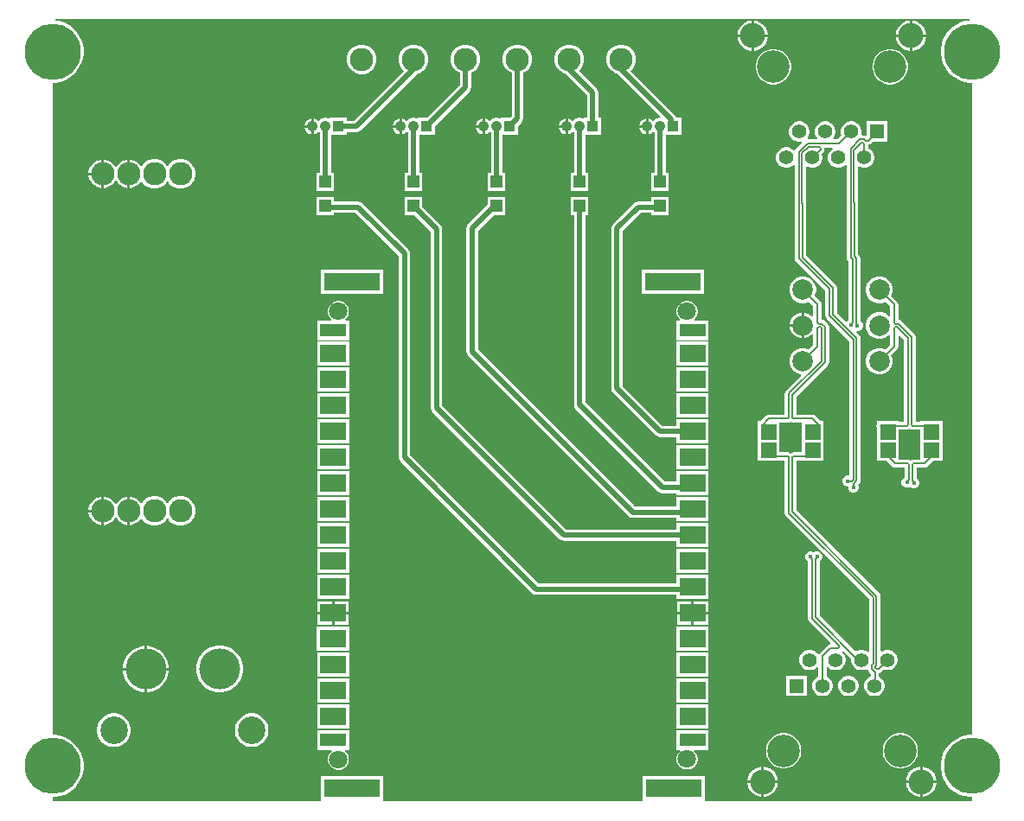
<source format=gbr>
%TF.GenerationSoftware,Altium Limited,Altium Designer,25.2.1 (25)*%
G04 Layer_Physical_Order=1*
G04 Layer_Color=255*
%FSLAX45Y45*%
%MOMM*%
%TF.SameCoordinates,918F7520-6D5E-4649-A0F8-73A0CF3CBC90*%
%TF.FilePolarity,Positive*%
%TF.FileFunction,Copper,L1,Top,Signal*%
%TF.Part,Single*%
G01*
G75*
%TA.AperFunction,ConnectorPad*%
%ADD10R,2.54000X1.29000*%
%ADD11R,2.54000X1.78000*%
%ADD12R,5.50000X1.75000*%
%TA.AperFunction,SMDPad,CuDef*%
%ADD13R,1.55620X1.50464*%
%ADD14R,1.15000X1.15000*%
%TA.AperFunction,Conductor*%
%ADD15C,0.50000*%
%ADD16C,0.19691*%
%TA.AperFunction,NonConductor*%
%ADD17R,2.55634X1.30463*%
%TA.AperFunction,Conductor*%
%ADD18R,2.54000X1.77800*%
%TA.AperFunction,NonConductor*%
%ADD19R,2.54000X1.77800*%
%ADD20R,2.54000X1.28800*%
%TA.AperFunction,ComponentPad*%
%ADD21C,1.40000*%
%ADD22C,2.45000*%
%ADD23C,3.20000*%
%ADD24R,1.40000X1.40000*%
%ADD25C,1.05000*%
%ADD26R,1.05000X1.05000*%
%ADD27C,1.80000*%
%ADD28C,2.28600*%
%ADD29C,2.70000*%
%ADD30C,4.00000*%
%TA.AperFunction,ViaPad*%
%ADD31C,5.50000*%
%TA.AperFunction,ComponentPad*%
%ADD32C,2.00000*%
%TA.AperFunction,ViaPad*%
%ADD33C,0.45000*%
G36*
X9474734Y7804800D02*
X9428579Y7797490D01*
X9382921Y7782654D01*
X9340145Y7760859D01*
X9301306Y7732641D01*
X9267359Y7698694D01*
X9239141Y7659855D01*
X9217346Y7617079D01*
X9202510Y7571421D01*
X9195000Y7524004D01*
Y7475996D01*
X9202510Y7428579D01*
X9217346Y7382921D01*
X9239141Y7340145D01*
X9267359Y7301306D01*
X9301306Y7267359D01*
X9340145Y7239141D01*
X9382921Y7217345D01*
X9428579Y7202510D01*
X9475996Y7195000D01*
X9500000D01*
Y805000D01*
X9475996D01*
X9428579Y797490D01*
X9382921Y782655D01*
X9340145Y760859D01*
X9301306Y732641D01*
X9267359Y698694D01*
X9239141Y659855D01*
X9217346Y617079D01*
X9202510Y571421D01*
X9195000Y524004D01*
Y475996D01*
X9202510Y428579D01*
X9217346Y382921D01*
X9239141Y340145D01*
X9267359Y301306D01*
X9301306Y267359D01*
X9340145Y239141D01*
X9382921Y217346D01*
X9428579Y202510D01*
X9475996Y195000D01*
X9500000D01*
Y152500D01*
X6891631D01*
X6884406Y162207D01*
X6884405Y165200D01*
Y397207D01*
X6274406D01*
Y165200D01*
X6274405Y162207D01*
X6267180Y152500D01*
X3746631D01*
X3739406Y162207D01*
X3739405Y165200D01*
Y397207D01*
X3129405D01*
Y165200D01*
X3129405Y162207D01*
X3122180Y152500D01*
X500000D01*
Y195000D01*
X524004D01*
X571421Y202510D01*
X617079Y217346D01*
X659855Y239141D01*
X698694Y267359D01*
X732641Y301306D01*
X760859Y340145D01*
X782655Y382921D01*
X797490Y428579D01*
X805000Y475996D01*
Y524004D01*
X797490Y571421D01*
X782655Y617079D01*
X760859Y659855D01*
X732641Y698694D01*
X698694Y732641D01*
X659855Y760859D01*
X617079Y782655D01*
X571421Y797490D01*
X524004Y805000D01*
X500000D01*
Y7195000D01*
X524004D01*
X571421Y7202510D01*
X617079Y7217345D01*
X659855Y7239141D01*
X698694Y7267359D01*
X732641Y7301306D01*
X760859Y7340145D01*
X782655Y7382921D01*
X797490Y7428579D01*
X805000Y7475996D01*
Y7524004D01*
X797490Y7571421D01*
X782655Y7617079D01*
X760859Y7659855D01*
X732641Y7698694D01*
X698694Y7732641D01*
X659855Y7760859D01*
X617079Y7782654D01*
X571421Y7797490D01*
X525266Y7804800D01*
X526266Y7817500D01*
X9473734D01*
X9474734Y7804800D01*
D02*
G37*
%LPC*%
G36*
X8918067Y7802900D02*
X8916201D01*
Y7667700D01*
X9051400D01*
Y7669567D01*
X9045716Y7698141D01*
X9034567Y7725057D01*
X9018381Y7749281D01*
X8997781Y7769881D01*
X8973557Y7786067D01*
X8946641Y7797216D01*
X8918067Y7802900D01*
D02*
G37*
G36*
X7368067D02*
X7366200D01*
Y7667700D01*
X7501400D01*
Y7669567D01*
X7495716Y7698141D01*
X7484567Y7725057D01*
X7468381Y7749281D01*
X7447781Y7769881D01*
X7423557Y7786067D01*
X7396641Y7797216D01*
X7368067Y7802900D01*
D02*
G37*
G36*
X7340800D02*
X7338933D01*
X7310359Y7797216D01*
X7283443Y7786067D01*
X7259219Y7769881D01*
X7238619Y7749281D01*
X7222433Y7725057D01*
X7211284Y7698141D01*
X7205600Y7669567D01*
Y7667700D01*
X7340800D01*
Y7802900D01*
D02*
G37*
G36*
X8890801D02*
X8888933D01*
X8860359Y7797216D01*
X8833443Y7786067D01*
X8809219Y7769881D01*
X8788619Y7749281D01*
X8772433Y7725057D01*
X8761284Y7698141D01*
X8755600Y7669567D01*
Y7667700D01*
X8890801D01*
Y7802900D01*
D02*
G37*
G36*
X9051400Y7642300D02*
X8916201D01*
Y7507100D01*
X8918067D01*
X8946641Y7512784D01*
X8973557Y7523933D01*
X8997781Y7540119D01*
X9018381Y7560719D01*
X9034567Y7584943D01*
X9045716Y7611859D01*
X9051400Y7640433D01*
Y7642300D01*
D02*
G37*
G36*
X8890801D02*
X8755600D01*
Y7640433D01*
X8761284Y7611859D01*
X8772433Y7584943D01*
X8788619Y7560719D01*
X8809219Y7540119D01*
X8833443Y7523933D01*
X8860359Y7512784D01*
X8888933Y7507100D01*
X8890801D01*
Y7642300D01*
D02*
G37*
G36*
X7501400D02*
X7366200D01*
Y7507100D01*
X7368067D01*
X7396641Y7512784D01*
X7423557Y7523933D01*
X7447781Y7540119D01*
X7468381Y7560719D01*
X7484567Y7584943D01*
X7495716Y7611859D01*
X7501400Y7640433D01*
Y7642300D01*
D02*
G37*
G36*
X7340800D02*
X7205600D01*
Y7640433D01*
X7211284Y7611859D01*
X7222433Y7584943D01*
X7238619Y7560719D01*
X7259219Y7540119D01*
X7283443Y7523933D01*
X7310359Y7512784D01*
X7338933Y7507100D01*
X7340800D01*
Y7642300D01*
D02*
G37*
G36*
X3545398Y7567300D02*
X3507403D01*
X3470702Y7557466D01*
X3437798Y7538469D01*
X3410931Y7511602D01*
X3391934Y7478698D01*
X3382100Y7441997D01*
Y7404002D01*
X3391934Y7367302D01*
X3410931Y7334398D01*
X3437798Y7307531D01*
X3470702Y7288534D01*
X3507403Y7278700D01*
X3545398D01*
X3582098Y7288534D01*
X3615002Y7307531D01*
X3641869Y7334398D01*
X3660866Y7367302D01*
X3670700Y7404002D01*
Y7441997D01*
X3660866Y7478698D01*
X3641869Y7511602D01*
X3615002Y7538469D01*
X3582098Y7557466D01*
X3545398Y7567300D01*
D02*
G37*
G36*
X8716941Y7522000D02*
X8683060D01*
X8649830Y7515390D01*
X8618528Y7502424D01*
X8590356Y7483601D01*
X8566399Y7459644D01*
X8547576Y7431473D01*
X8534610Y7400171D01*
X8528000Y7366941D01*
Y7333060D01*
X8534610Y7299829D01*
X8547576Y7268528D01*
X8566399Y7240356D01*
X8590356Y7216399D01*
X8618528Y7197576D01*
X8649830Y7184610D01*
X8683060Y7178000D01*
X8716941D01*
X8750171Y7184610D01*
X8781473Y7197576D01*
X8809644Y7216399D01*
X8833601Y7240356D01*
X8852425Y7268528D01*
X8865390Y7299829D01*
X8872000Y7333060D01*
Y7366941D01*
X8865390Y7400171D01*
X8852425Y7431473D01*
X8833601Y7459644D01*
X8809644Y7483601D01*
X8781473Y7502424D01*
X8750171Y7515390D01*
X8716941Y7522000D01*
D02*
G37*
G36*
X7573941D02*
X7540060D01*
X7506830Y7515390D01*
X7475528Y7502424D01*
X7447356Y7483601D01*
X7423399Y7459644D01*
X7404576Y7431473D01*
X7391610Y7400171D01*
X7385000Y7366941D01*
Y7333060D01*
X7391610Y7299829D01*
X7404576Y7268528D01*
X7423399Y7240356D01*
X7447356Y7216399D01*
X7475528Y7197576D01*
X7506830Y7184610D01*
X7540060Y7178000D01*
X7573941D01*
X7607171Y7184610D01*
X7638473Y7197576D01*
X7666644Y7216399D01*
X7690601Y7240356D01*
X7709425Y7268528D01*
X7722390Y7299829D01*
X7729000Y7333060D01*
Y7366941D01*
X7722390Y7400171D01*
X7709425Y7431473D01*
X7690601Y7459644D01*
X7666644Y7483601D01*
X7638473Y7502424D01*
X7607171Y7515390D01*
X7573941Y7522000D01*
D02*
G37*
G36*
X5577398Y7567300D02*
X5539403D01*
X5502702Y7557466D01*
X5469798Y7538469D01*
X5442931Y7511602D01*
X5423934Y7478698D01*
X5414100Y7441997D01*
Y7404002D01*
X5423934Y7367302D01*
X5442931Y7334398D01*
X5469798Y7307531D01*
X5502702Y7288534D01*
X5521087Y7283608D01*
X5730923Y7073772D01*
Y6849300D01*
X5704500D01*
Y6849071D01*
X5693501Y6842721D01*
X5691844Y6843678D01*
X5670861Y6849300D01*
X5649139D01*
X5628156Y6843678D01*
X5609344Y6832816D01*
X5593984Y6817457D01*
X5592682Y6817285D01*
X5580832Y6829135D01*
X5563068Y6839391D01*
X5545700Y6844045D01*
Y6766800D01*
Y6689555D01*
X5563068Y6694209D01*
X5580832Y6704465D01*
X5592682Y6716315D01*
X5593984Y6716144D01*
X5603923Y6706205D01*
Y6309800D01*
X5572500D01*
Y6134800D01*
X5747500D01*
Y6309800D01*
X5716077D01*
Y6684300D01*
X5869500D01*
Y6849300D01*
X5843077D01*
Y7097000D01*
X5838809Y7118460D01*
X5826653Y7136653D01*
X5651388Y7311917D01*
X5673869Y7334398D01*
X5692866Y7367302D01*
X5702700Y7404002D01*
Y7441997D01*
X5692866Y7478698D01*
X5673869Y7511602D01*
X5647002Y7538469D01*
X5614098Y7557466D01*
X5577398Y7567300D01*
D02*
G37*
G36*
X5069398D02*
X5031403D01*
X4994702Y7557466D01*
X4961798Y7538469D01*
X4934931Y7511602D01*
X4915934Y7478698D01*
X4906100Y7441997D01*
Y7404002D01*
X4915934Y7367302D01*
X4934931Y7334398D01*
X4961798Y7307531D01*
X4994323Y7288753D01*
Y6866228D01*
X4977395Y6849300D01*
X4891700D01*
Y6849071D01*
X4880701Y6842721D01*
X4879044Y6843678D01*
X4858061Y6849300D01*
X4836339D01*
X4815356Y6843678D01*
X4796544Y6832816D01*
X4781184Y6817457D01*
X4779882Y6817285D01*
X4768032Y6829135D01*
X4750268Y6839391D01*
X4732900Y6844045D01*
Y6766800D01*
Y6689555D01*
X4750268Y6694209D01*
X4768032Y6704465D01*
X4779882Y6716315D01*
X4781184Y6716144D01*
X4791123Y6706205D01*
Y6309800D01*
X4759700D01*
Y6134800D01*
X4934700D01*
Y6309800D01*
X4903277D01*
Y6684300D01*
X5056700D01*
Y6769995D01*
X5090053Y6803347D01*
X5102209Y6821540D01*
X5106477Y6843000D01*
Y7288753D01*
X5139002Y7307531D01*
X5165869Y7334398D01*
X5184866Y7367302D01*
X5194700Y7404002D01*
Y7441997D01*
X5184866Y7478698D01*
X5165869Y7511602D01*
X5139002Y7538469D01*
X5106098Y7557466D01*
X5069398Y7567300D01*
D02*
G37*
G36*
X4561398D02*
X4523403D01*
X4486702Y7557466D01*
X4453798Y7538469D01*
X4426931Y7511602D01*
X4407934Y7478698D01*
X4398100Y7441997D01*
Y7404002D01*
X4407934Y7367302D01*
X4426931Y7334398D01*
X4453798Y7307531D01*
X4486323Y7288753D01*
Y7171028D01*
X4164595Y6849300D01*
X4078900D01*
Y6849071D01*
X4067901Y6842721D01*
X4066244Y6843678D01*
X4045261Y6849300D01*
X4023539D01*
X4002556Y6843678D01*
X3983744Y6832816D01*
X3968384Y6817457D01*
X3967082Y6817285D01*
X3955232Y6829135D01*
X3937468Y6839391D01*
X3920100Y6844045D01*
Y6766800D01*
Y6689555D01*
X3937468Y6694209D01*
X3955232Y6704465D01*
X3967082Y6716315D01*
X3968384Y6716144D01*
X3978323Y6706205D01*
Y6309800D01*
X3946900D01*
Y6134800D01*
X4121900D01*
Y6309800D01*
X4090477D01*
Y6684300D01*
X4243900D01*
Y6769995D01*
X4582053Y7108147D01*
X4594209Y7126340D01*
X4598477Y7147800D01*
Y7288753D01*
X4631002Y7307531D01*
X4657869Y7334398D01*
X4676866Y7367302D01*
X4686700Y7404002D01*
Y7441997D01*
X4676866Y7478698D01*
X4657869Y7511602D01*
X4631002Y7538469D01*
X4598098Y7557466D01*
X4561398Y7567300D01*
D02*
G37*
G36*
X4053398D02*
X4015403D01*
X3978702Y7557466D01*
X3945798Y7538469D01*
X3918931Y7511602D01*
X3899934Y7478698D01*
X3890100Y7441997D01*
Y7404002D01*
X3899934Y7367302D01*
X3918931Y7334398D01*
X3941412Y7311917D01*
X3452372Y6822877D01*
X3380300D01*
Y6849300D01*
X3215300D01*
Y6849071D01*
X3204301Y6842721D01*
X3202644Y6843678D01*
X3181661Y6849300D01*
X3159939D01*
X3138956Y6843678D01*
X3120144Y6832816D01*
X3104784Y6817457D01*
X3103482Y6817285D01*
X3091632Y6829135D01*
X3073868Y6839391D01*
X3056500Y6844045D01*
Y6766800D01*
Y6689555D01*
X3073868Y6694209D01*
X3091632Y6704465D01*
X3103482Y6716315D01*
X3104784Y6716144D01*
X3114723Y6706205D01*
Y6309800D01*
X3083300D01*
Y6134800D01*
X3258300D01*
Y6309800D01*
X3226877D01*
Y6684300D01*
X3380300D01*
Y6710723D01*
X3475600D01*
X3497060Y6714991D01*
X3515253Y6727147D01*
X4071713Y7283608D01*
X4090098Y7288534D01*
X4123002Y7307531D01*
X4149869Y7334398D01*
X4168866Y7367302D01*
X4178700Y7404002D01*
Y7441997D01*
X4168866Y7478698D01*
X4149869Y7511602D01*
X4123002Y7538469D01*
X4090098Y7557466D01*
X4053398Y7567300D01*
D02*
G37*
G36*
X6085398D02*
X6047403D01*
X6010702Y7557466D01*
X5977798Y7538469D01*
X5950931Y7511602D01*
X5931934Y7478698D01*
X5922100Y7441997D01*
Y7404002D01*
X5931934Y7367302D01*
X5950931Y7334398D01*
X5977798Y7307531D01*
X6010702Y7288534D01*
X6029087Y7283608D01*
X6450695Y6862000D01*
X6445434Y6849300D01*
X6436539D01*
X6415556Y6843678D01*
X6396744Y6832816D01*
X6381384Y6817457D01*
X6380082Y6817285D01*
X6368232Y6829135D01*
X6350468Y6839391D01*
X6333100Y6844045D01*
Y6766800D01*
Y6689555D01*
X6350468Y6694209D01*
X6368232Y6704465D01*
X6380082Y6716315D01*
X6381384Y6716144D01*
X6391323Y6706205D01*
Y6309800D01*
X6359900D01*
Y6134800D01*
X6534900D01*
Y6309800D01*
X6503477D01*
Y6684300D01*
X6656900D01*
Y6849300D01*
X6612556D01*
X6611709Y6853560D01*
X6599553Y6871753D01*
X6159388Y7311917D01*
X6181869Y7334398D01*
X6200866Y7367302D01*
X6210700Y7404002D01*
Y7441997D01*
X6200866Y7478698D01*
X6181869Y7511602D01*
X6155002Y7538469D01*
X6122098Y7557466D01*
X6085398Y7567300D01*
D02*
G37*
G36*
X6307700Y6844045D02*
X6290332Y6839391D01*
X6272568Y6829135D01*
X6258065Y6814632D01*
X6247809Y6796868D01*
X6243155Y6779500D01*
X6307700D01*
Y6844045D01*
D02*
G37*
G36*
X5520300D02*
X5502932Y6839391D01*
X5485168Y6829135D01*
X5470665Y6814632D01*
X5460409Y6796868D01*
X5455755Y6779500D01*
X5520300D01*
Y6844045D01*
D02*
G37*
G36*
X4707500D02*
X4690132Y6839391D01*
X4672368Y6829135D01*
X4657865Y6814632D01*
X4647609Y6796868D01*
X4642955Y6779500D01*
X4707500D01*
Y6844045D01*
D02*
G37*
G36*
X3894700D02*
X3877332Y6839391D01*
X3859568Y6829135D01*
X3845065Y6814632D01*
X3834809Y6796868D01*
X3830155Y6779500D01*
X3894700D01*
Y6844045D01*
D02*
G37*
G36*
X3031100D02*
X3013732Y6839391D01*
X2995968Y6829135D01*
X2981465Y6814632D01*
X2971209Y6796868D01*
X2966555Y6779500D01*
X3031100D01*
Y6844045D01*
D02*
G37*
G36*
X6307700Y6754100D02*
X6243155D01*
X6247809Y6736732D01*
X6258065Y6718968D01*
X6272568Y6704465D01*
X6290332Y6694209D01*
X6307700Y6689555D01*
Y6754100D01*
D02*
G37*
G36*
X5520300D02*
X5455755D01*
X5460409Y6736732D01*
X5470665Y6718968D01*
X5485168Y6704465D01*
X5502932Y6694209D01*
X5520300Y6689555D01*
Y6754100D01*
D02*
G37*
G36*
X4707500D02*
X4642955D01*
X4647609Y6736732D01*
X4657865Y6718968D01*
X4672368Y6704465D01*
X4690132Y6694209D01*
X4707500Y6689555D01*
Y6754100D01*
D02*
G37*
G36*
X3894700D02*
X3830155D01*
X3834809Y6736732D01*
X3845065Y6718968D01*
X3859568Y6704465D01*
X3877332Y6694209D01*
X3894700Y6689555D01*
Y6754100D01*
D02*
G37*
G36*
X3031100D02*
X2966555D01*
X2971209Y6736732D01*
X2981465Y6718968D01*
X2995968Y6704465D01*
X3013732Y6694209D01*
X3031100Y6689555D01*
Y6754100D01*
D02*
G37*
G36*
X8673000Y6815000D02*
X8473000D01*
Y6684733D01*
X8469850Y6681811D01*
X8460300Y6676476D01*
X8447882Y6678947D01*
X8423298D01*
X8415567Y6689022D01*
X8419000Y6701835D01*
Y6728165D01*
X8412185Y6753598D01*
X8399020Y6776401D01*
X8380401Y6795020D01*
X8357598Y6808185D01*
X8332165Y6815000D01*
X8305835D01*
X8280402Y6808185D01*
X8257599Y6795020D01*
X8238980Y6776401D01*
X8225815Y6753598D01*
X8219000Y6728165D01*
Y6701835D01*
X8225209Y6678663D01*
X8185996Y6639450D01*
X8147464D01*
X8142604Y6651183D01*
X8145020Y6653599D01*
X8158185Y6676402D01*
X8165000Y6701835D01*
Y6728165D01*
X8158185Y6753598D01*
X8145020Y6776401D01*
X8126401Y6795020D01*
X8103598Y6808185D01*
X8078165Y6815000D01*
X8051835D01*
X8026402Y6808185D01*
X8003599Y6795020D01*
X7984980Y6776401D01*
X7971815Y6753598D01*
X7965000Y6728165D01*
Y6701835D01*
X7971815Y6676402D01*
X7984980Y6653599D01*
X7986066Y6652514D01*
X7981205Y6640780D01*
X7896162D01*
X7890901Y6653480D01*
X7891020Y6653599D01*
X7904185Y6676402D01*
X7911000Y6701835D01*
Y6728165D01*
X7904185Y6753598D01*
X7891020Y6776401D01*
X7872401Y6795020D01*
X7849598Y6808185D01*
X7824165Y6815000D01*
X7797835D01*
X7772402Y6808185D01*
X7749599Y6795020D01*
X7730980Y6776401D01*
X7717815Y6753598D01*
X7711000Y6728165D01*
Y6701835D01*
X7717815Y6676402D01*
X7730980Y6653599D01*
X7749599Y6634980D01*
X7772402Y6621815D01*
X7797835Y6615000D01*
X7824165D01*
X7832153Y6617141D01*
X7838728Y6605754D01*
X7777346Y6544372D01*
X7770402Y6533980D01*
X7759649Y6530986D01*
X7755530Y6530891D01*
X7745401Y6541020D01*
X7722598Y6554185D01*
X7697165Y6561000D01*
X7670835D01*
X7645402Y6554185D01*
X7622599Y6541020D01*
X7603980Y6522401D01*
X7590815Y6499598D01*
X7584000Y6474165D01*
Y6447835D01*
X7590815Y6422402D01*
X7603980Y6399599D01*
X7622599Y6380980D01*
X7645402Y6367815D01*
X7670835Y6361000D01*
X7697165D01*
X7722598Y6367815D01*
X7745401Y6380980D01*
X7752747Y6388326D01*
X7765447Y6383065D01*
Y5996868D01*
X7766947Y5989328D01*
Y5471033D01*
X7770039Y5455486D01*
X7778846Y5442306D01*
X8064779Y5156373D01*
Y4912311D01*
X8067871Y4896764D01*
X8076678Y4883584D01*
X8298089Y4662173D01*
Y3344168D01*
X8297121Y3343521D01*
X8276236D01*
X8256940Y3335529D01*
X8242171Y3320760D01*
X8234179Y3301464D01*
Y3280578D01*
X8242171Y3261283D01*
X8256940Y3246514D01*
X8276236Y3238522D01*
X8289240D01*
Y3217897D01*
X8297233Y3198601D01*
X8312001Y3183833D01*
X8331297Y3175840D01*
X8352183D01*
X8371479Y3183833D01*
X8386247Y3198601D01*
X8394240Y3217897D01*
Y3238783D01*
X8388215Y3253329D01*
X8399832Y3264946D01*
X8408639Y3278127D01*
X8411731Y3293673D01*
Y4692417D01*
X8408639Y4707964D01*
X8399832Y4721144D01*
X8371331Y4749645D01*
X8376592Y4762345D01*
X8389665D01*
X8408961Y4770337D01*
X8423730Y4785106D01*
X8431722Y4804402D01*
Y4825288D01*
X8423730Y4844583D01*
X8408961Y4859352D01*
X8408950Y4859356D01*
Y5475486D01*
X8405858Y5491033D01*
X8397051Y5504213D01*
X8388589Y5512675D01*
Y6021215D01*
X8387089Y6028755D01*
Y6366842D01*
X8398088Y6373192D01*
X8407402Y6367815D01*
X8432835Y6361000D01*
X8459165D01*
X8484598Y6367815D01*
X8507401Y6380980D01*
X8526020Y6399599D01*
X8539185Y6422402D01*
X8546000Y6447835D01*
Y6474165D01*
X8539185Y6499598D01*
X8526020Y6522401D01*
X8507401Y6541020D01*
X8486626Y6553015D01*
Y6586062D01*
X8499754Y6588673D01*
X8512933Y6597480D01*
X8530454Y6615000D01*
X8673000D01*
Y6815000D01*
D02*
G37*
G36*
X1772997Y6446300D02*
X1735003D01*
X1698302Y6436466D01*
X1665398Y6417469D01*
X1638531Y6390602D01*
X1633350Y6381628D01*
X1620650D01*
X1615469Y6390602D01*
X1588602Y6417469D01*
X1555698Y6436466D01*
X1518997Y6446300D01*
X1481003D01*
X1444302Y6436466D01*
X1411398Y6417469D01*
X1384531Y6390602D01*
X1376694Y6377028D01*
X1363994D01*
X1357788Y6387778D01*
X1331778Y6413788D01*
X1299922Y6432180D01*
X1264392Y6441700D01*
X1258700D01*
Y6302000D01*
Y6162300D01*
X1264392D01*
X1299922Y6171821D01*
X1331778Y6190212D01*
X1357788Y6216222D01*
X1363994Y6226972D01*
X1376694D01*
X1384531Y6213398D01*
X1411398Y6186531D01*
X1444302Y6167534D01*
X1481003Y6157700D01*
X1518997D01*
X1555698Y6167534D01*
X1588602Y6186531D01*
X1615469Y6213398D01*
X1620650Y6222372D01*
X1633350D01*
X1638531Y6213398D01*
X1665398Y6186531D01*
X1698302Y6167534D01*
X1735003Y6157700D01*
X1772997D01*
X1809698Y6167534D01*
X1842602Y6186531D01*
X1869469Y6213398D01*
X1888466Y6246302D01*
X1898300Y6283003D01*
Y6320998D01*
X1888466Y6357698D01*
X1869469Y6390602D01*
X1842602Y6417469D01*
X1809698Y6436466D01*
X1772997Y6446300D01*
D02*
G37*
G36*
X1233300Y6441700D02*
X1227608D01*
X1192078Y6432180D01*
X1160222Y6413788D01*
X1134212Y6387778D01*
X1125350Y6372428D01*
X1112650D01*
X1103788Y6387778D01*
X1077778Y6413788D01*
X1045922Y6432180D01*
X1010392Y6441700D01*
X1004700D01*
Y6302000D01*
Y6162300D01*
X1010392D01*
X1045922Y6171821D01*
X1077778Y6190212D01*
X1103788Y6216222D01*
X1112650Y6231572D01*
X1125350D01*
X1134212Y6216222D01*
X1160222Y6190212D01*
X1192078Y6171821D01*
X1227608Y6162300D01*
X1233300D01*
Y6302000D01*
Y6441700D01*
D02*
G37*
G36*
X979300D02*
X973608D01*
X938078Y6432180D01*
X906222Y6413788D01*
X880212Y6387778D01*
X861820Y6355922D01*
X852300Y6320392D01*
Y6314700D01*
X979300D01*
Y6441700D01*
D02*
G37*
G36*
Y6289300D02*
X852300D01*
Y6283608D01*
X861820Y6248078D01*
X880212Y6216222D01*
X906222Y6190212D01*
X938078Y6171821D01*
X973608Y6162300D01*
X979300D01*
Y6289300D01*
D02*
G37*
G36*
X6534900Y6074800D02*
X6359900D01*
Y6030769D01*
X6232692D01*
X6211232Y6026501D01*
X6193039Y6014345D01*
X5985426Y5806731D01*
X5973270Y5788539D01*
X5969001Y5767079D01*
Y4198929D01*
X5973270Y4177469D01*
X5985426Y4159276D01*
X6408247Y3736454D01*
X6426440Y3724298D01*
X6447900Y3720030D01*
X6608627D01*
Y3687207D01*
X6609205Y3684301D01*
Y3657107D01*
X6636762D01*
X6639215Y3656619D01*
X6893215D01*
X6895668Y3657107D01*
X6923205D01*
Y3684204D01*
X6923803Y3687207D01*
Y3865007D01*
X6923205Y3868010D01*
Y3895107D01*
X6895668D01*
X6893215Y3895595D01*
X6639215D01*
X6636762Y3895107D01*
X6609205D01*
Y3867913D01*
X6608627Y3865007D01*
Y3832184D01*
X6471128D01*
X6081156Y4222157D01*
Y5743851D01*
X6255920Y5918615D01*
X6359900D01*
Y5899800D01*
X6534900D01*
Y6074800D01*
D02*
G37*
G36*
X6881905Y5359707D02*
X6271905D01*
Y5124707D01*
X6881905D01*
Y5359707D01*
D02*
G37*
G36*
X3736905D02*
X3126905D01*
Y5124707D01*
X3736905D01*
Y5359707D01*
D02*
G37*
G36*
X8611935Y5295840D02*
X8577705D01*
X8544642Y5286981D01*
X8514998Y5269866D01*
X8490795Y5245662D01*
X8473680Y5216018D01*
X8464820Y5182955D01*
Y5148725D01*
X8473680Y5115662D01*
X8490795Y5086018D01*
X8514998Y5061814D01*
X8544642Y5044699D01*
X8577705Y5035840D01*
X8611935D01*
X8644998Y5044699D01*
X8653563Y5049644D01*
X8699040Y5004167D01*
Y4913428D01*
X8686340Y4908168D01*
X8674642Y4919866D01*
X8644998Y4936981D01*
X8611935Y4945840D01*
X8577705D01*
X8544642Y4936981D01*
X8514998Y4919866D01*
X8490795Y4895662D01*
X8473680Y4866018D01*
X8464820Y4832955D01*
Y4798725D01*
X8473680Y4765662D01*
X8490795Y4736018D01*
X8514998Y4711814D01*
X8544642Y4694699D01*
X8577705Y4685840D01*
X8611935D01*
X8644998Y4694699D01*
X8674642Y4711814D01*
X8686340Y4723512D01*
X8699040Y4718252D01*
Y4627513D01*
X8653563Y4582036D01*
X8644998Y4586981D01*
X8611935Y4595840D01*
X8577705D01*
X8544642Y4586981D01*
X8514998Y4569866D01*
X8490795Y4545662D01*
X8473680Y4516018D01*
X8464820Y4482955D01*
Y4448725D01*
X8473680Y4415662D01*
X8490795Y4386018D01*
X8514998Y4361814D01*
X8544642Y4344699D01*
X8577705Y4335840D01*
X8611935D01*
X8644998Y4344699D01*
X8674642Y4361814D01*
X8698846Y4386018D01*
X8715961Y4415662D01*
X8724820Y4448725D01*
Y4482955D01*
X8715961Y4516018D01*
X8711016Y4524583D01*
X8768393Y4581959D01*
X8777199Y4595139D01*
X8780292Y4610685D01*
Y4712819D01*
X8792025Y4717679D01*
X8835262Y4674441D01*
Y3873663D01*
X8785899D01*
Y3878310D01*
X8570279D01*
Y3848657D01*
X8570230Y3848584D01*
X8567138Y3833037D01*
X8570230Y3817490D01*
X8570279Y3817417D01*
Y3667847D01*
Y3487690D01*
X8665909D01*
X8719688Y3433911D01*
X8732868Y3425105D01*
X8748415Y3422012D01*
X8843682D01*
Y3409840D01*
X8843683Y3409838D01*
Y3326390D01*
X8834615Y3322634D01*
X8819846Y3307865D01*
X8811854Y3288569D01*
Y3267684D01*
X8819846Y3248388D01*
X8834615Y3233619D01*
X8853911Y3225627D01*
X8874797D01*
X8894092Y3233619D01*
X8896280Y3235808D01*
X8905075Y3227013D01*
X8924371Y3219020D01*
X8945257D01*
X8964553Y3227013D01*
X8979321Y3241781D01*
X8987314Y3261077D01*
Y3281963D01*
X8979321Y3301259D01*
X8964553Y3316027D01*
X8957325Y3319021D01*
Y3422012D01*
X9035753D01*
X9051300Y3425105D01*
X9064479Y3433911D01*
X9118259Y3487690D01*
X9213889D01*
Y3667847D01*
Y3817417D01*
X9213938Y3817490D01*
X9217030Y3833037D01*
X9213938Y3848584D01*
X9213889Y3848657D01*
Y3878310D01*
X8998269D01*
Y3873663D01*
X8948905D01*
Y4704686D01*
X8945812Y4720232D01*
X8937006Y4733412D01*
X8809656Y4860762D01*
X8796476Y4869569D01*
X8780929Y4872661D01*
X8780292D01*
Y5020995D01*
X8777199Y5036541D01*
X8768393Y5049721D01*
X8711016Y5107097D01*
X8715961Y5115662D01*
X8724820Y5148725D01*
Y5182955D01*
X8715961Y5216018D01*
X8698846Y5245662D01*
X8674642Y5269866D01*
X8644998Y5286981D01*
X8611935Y5295840D01*
D02*
G37*
G36*
X7861935D02*
X7827705D01*
X7794642Y5286981D01*
X7764998Y5269866D01*
X7740795Y5245662D01*
X7723679Y5216018D01*
X7714820Y5182955D01*
Y5148725D01*
X7723679Y5115662D01*
X7740795Y5086018D01*
X7764998Y5061814D01*
X7794642Y5044699D01*
X7827705Y5035840D01*
X7861935D01*
X7894998Y5044699D01*
X7903563Y5049644D01*
X7949040Y5004167D01*
Y4906923D01*
X7936340Y4901663D01*
X7921818Y4916185D01*
X7893223Y4932694D01*
X7861329Y4941240D01*
X7857520D01*
Y4815840D01*
Y4690440D01*
X7861329D01*
X7893223Y4698986D01*
X7921818Y4715495D01*
X7936340Y4730017D01*
X7949040Y4724757D01*
Y4627513D01*
X7903563Y4582036D01*
X7894998Y4586981D01*
X7861935Y4595840D01*
X7827705D01*
X7794642Y4586981D01*
X7764998Y4569866D01*
X7740795Y4545662D01*
X7723679Y4516018D01*
X7714820Y4482955D01*
Y4448725D01*
X7723679Y4415662D01*
X7740795Y4386018D01*
X7764998Y4361814D01*
X7794642Y4344699D01*
X7823678Y4336919D01*
X7828879Y4324160D01*
X7681461Y4176742D01*
X7672654Y4163562D01*
X7669562Y4148015D01*
Y3943988D01*
X7514092D01*
X7498546Y3940896D01*
X7485366Y3932089D01*
X7431587Y3878310D01*
X7402358D01*
Y3667847D01*
Y3487690D01*
X7617978D01*
Y3492338D01*
X7669562D01*
Y2975934D01*
X7672654Y2960388D01*
X7681461Y2947208D01*
X8493219Y2135449D01*
Y1622795D01*
X8481486Y1617935D01*
X8480401Y1619020D01*
X8457598Y1632185D01*
X8432165Y1639000D01*
X8405835D01*
X8380402Y1632185D01*
X8362528Y1621865D01*
X8009490Y1974903D01*
Y2504538D01*
X8014157Y2506471D01*
X8028926Y2521240D01*
X8036918Y2540536D01*
Y2561422D01*
X8028926Y2580717D01*
X8014157Y2595486D01*
X7994862Y2603478D01*
X7973976D01*
X7954680Y2595486D01*
X7952669Y2593474D01*
X7950657Y2595486D01*
X7931362Y2603478D01*
X7910476D01*
X7891180Y2595486D01*
X7876411Y2580717D01*
X7868419Y2561422D01*
Y2540536D01*
X7876411Y2521240D01*
X7891180Y2506471D01*
X7895847Y2504538D01*
Y1944659D01*
X7898940Y1929112D01*
X7907746Y1915932D01*
X8117198Y1706480D01*
X8112273Y1693445D01*
X8101883Y1691379D01*
X8088703Y1682572D01*
X8009273Y1603142D01*
X8006499Y1598990D01*
X7991551Y1599480D01*
X7991020Y1600401D01*
X7972401Y1619020D01*
X7949598Y1632185D01*
X7924165Y1639000D01*
X7897835D01*
X7872402Y1632185D01*
X7849599Y1619020D01*
X7830980Y1600401D01*
X7817815Y1577598D01*
X7811000Y1552165D01*
Y1525835D01*
X7817815Y1500402D01*
X7830980Y1477599D01*
X7849599Y1458980D01*
X7872402Y1445815D01*
X7897835Y1439000D01*
X7924165D01*
X7949598Y1445815D01*
X7972401Y1458980D01*
X7984674Y1471253D01*
X7997374Y1465993D01*
Y1377015D01*
X7976599Y1365020D01*
X7957980Y1346401D01*
X7944815Y1323598D01*
X7938000Y1298165D01*
Y1271835D01*
X7944815Y1246402D01*
X7957980Y1223599D01*
X7976599Y1204980D01*
X7999402Y1191815D01*
X8024835Y1185000D01*
X8051165D01*
X8076598Y1191815D01*
X8099401Y1204980D01*
X8118020Y1223599D01*
X8131185Y1246402D01*
X8138000Y1271835D01*
Y1298165D01*
X8131185Y1323598D01*
X8118020Y1346401D01*
X8099401Y1365020D01*
X8078626Y1377015D01*
Y1465993D01*
X8091326Y1471253D01*
X8103599Y1458980D01*
X8126402Y1445815D01*
X8151835Y1439000D01*
X8178165D01*
X8203598Y1445815D01*
X8226401Y1458980D01*
X8245020Y1477599D01*
X8258185Y1500402D01*
X8265000Y1525835D01*
Y1552165D01*
X8258185Y1577598D01*
X8245020Y1600401D01*
X8231472Y1613949D01*
X8232677Y1626856D01*
X8233892Y1628920D01*
X8238514Y1630972D01*
X8319000Y1550486D01*
Y1525835D01*
X8325815Y1500402D01*
X8338980Y1477599D01*
X8357599Y1458980D01*
X8380402Y1445815D01*
X8405835Y1439000D01*
X8432165D01*
X8457598Y1445815D01*
X8470643Y1453346D01*
X8478176Y1450367D01*
X8483755Y1446252D01*
X8486435Y1432778D01*
X8495242Y1419598D01*
X8510466Y1404374D01*
Y1379006D01*
X8507402Y1378185D01*
X8484599Y1365020D01*
X8465980Y1346401D01*
X8452815Y1323598D01*
X8446000Y1298165D01*
Y1271835D01*
X8452815Y1246402D01*
X8465980Y1223599D01*
X8484599Y1204980D01*
X8507402Y1191815D01*
X8532835Y1185000D01*
X8559165D01*
X8584598Y1191815D01*
X8607401Y1204980D01*
X8626020Y1223599D01*
X8639185Y1246402D01*
X8646000Y1271835D01*
Y1298165D01*
X8639185Y1323598D01*
X8626020Y1346401D01*
X8607401Y1365020D01*
X8591717Y1374075D01*
Y1411075D01*
X8599753Y1412673D01*
X8612933Y1421480D01*
X8636662Y1445209D01*
X8659835Y1439000D01*
X8686165D01*
X8711598Y1445815D01*
X8734401Y1458980D01*
X8753020Y1477599D01*
X8766185Y1500402D01*
X8773000Y1525835D01*
Y1552165D01*
X8766185Y1577598D01*
X8753020Y1600401D01*
X8734401Y1619020D01*
X8711598Y1632185D01*
X8686165Y1639000D01*
X8659835D01*
X8634402Y1632185D01*
X8619562Y1623617D01*
X8606862Y1630950D01*
Y2165693D01*
X8603769Y2181240D01*
X8594963Y2194420D01*
X7783204Y3006178D01*
Y3492338D01*
X7834788D01*
Y3487690D01*
X8050408D01*
Y3667847D01*
Y3878310D01*
X8021180D01*
X7967401Y3932089D01*
X7954221Y3940896D01*
X7938674Y3943988D01*
X7783204D01*
Y4117771D01*
X8090165Y4424732D01*
X8098972Y4437912D01*
X8102064Y4453458D01*
Y4801526D01*
X8098972Y4817073D01*
X8090165Y4830253D01*
X8059656Y4860762D01*
X8046476Y4869569D01*
X8030929Y4872661D01*
X8030292D01*
Y5020995D01*
X8027199Y5036541D01*
X8018393Y5049721D01*
X7961016Y5107097D01*
X7965961Y5115662D01*
X7974820Y5148725D01*
Y5182955D01*
X7965961Y5216018D01*
X7948846Y5245662D01*
X7924642Y5269866D01*
X7894998Y5286981D01*
X7861935Y5295840D01*
D02*
G37*
G36*
X7832120Y4941240D02*
X7828311D01*
X7796418Y4932694D01*
X7767823Y4916185D01*
X7744475Y4892837D01*
X7727966Y4864242D01*
X7719420Y4832349D01*
Y4828540D01*
X7832120D01*
Y4941240D01*
D02*
G37*
G36*
Y4803140D02*
X7719420D01*
Y4799331D01*
X7727966Y4767438D01*
X7744475Y4738843D01*
X7767823Y4715495D01*
X7796418Y4698986D01*
X7828311Y4690440D01*
X7832120D01*
Y4803140D01*
D02*
G37*
G36*
X6726294Y5054127D02*
X6699437D01*
X6673495Y5047176D01*
X6650236Y5033747D01*
X6631245Y5014756D01*
X6617817Y4991498D01*
X6610866Y4965555D01*
Y4938699D01*
X6617817Y4912756D01*
X6631245Y4889498D01*
X6644668Y4876075D01*
X6639407Y4863375D01*
X6638272D01*
X6627371Y4861207D01*
X6609205D01*
Y4840434D01*
X6607685Y4832788D01*
Y4702325D01*
X6609205Y4694679D01*
Y4672207D01*
X6635911D01*
X6638272Y4671737D01*
X6893906D01*
X6896267Y4672207D01*
X6923205D01*
Y4695849D01*
X6924494Y4702325D01*
Y4832788D01*
X6923205Y4839264D01*
Y4861207D01*
X6904807D01*
X6893906Y4863375D01*
X6786324D01*
X6781063Y4876075D01*
X6794486Y4889498D01*
X6807914Y4912756D01*
X6814865Y4938699D01*
Y4965555D01*
X6807914Y4991498D01*
X6794486Y5014756D01*
X6775495Y5033747D01*
X6752236Y5047176D01*
X6726294Y5054127D01*
D02*
G37*
G36*
X3312534D02*
X3285677D01*
X3259735Y5047176D01*
X3236476Y5033747D01*
X3217485Y5014756D01*
X3204057Y4991498D01*
X3197106Y4965555D01*
Y4938699D01*
X3204057Y4912756D01*
X3217485Y4889498D01*
X3230908Y4876075D01*
X3225647Y4863375D01*
X3120372D01*
X3110820Y4861475D01*
X3091748D01*
Y4842661D01*
X3089785Y4832788D01*
Y4702325D01*
X3091748Y4692452D01*
Y4672475D01*
X3116663D01*
X3120372Y4671737D01*
X3376006D01*
X3379715Y4672475D01*
X3405748D01*
Y4698076D01*
X3406594Y4702325D01*
Y4832788D01*
X3405748Y4837037D01*
Y4861475D01*
X3385558D01*
X3376006Y4863375D01*
X3372564D01*
X3367303Y4876075D01*
X3380726Y4889498D01*
X3394154Y4912756D01*
X3401105Y4938699D01*
Y4965555D01*
X3394154Y4991498D01*
X3380726Y5014756D01*
X3361735Y5033747D01*
X3338476Y5047176D01*
X3312534Y5054127D01*
D02*
G37*
G36*
X6893215Y4657595D02*
X6639215D01*
X6636762Y4657107D01*
X6609205D01*
Y4629913D01*
X6608627Y4627007D01*
Y4449207D01*
X6609205Y4446301D01*
Y4419107D01*
X6636762D01*
X6639215Y4418619D01*
X6893215D01*
X6895668Y4419107D01*
X6923205D01*
Y4446204D01*
X6923803Y4449207D01*
Y4627007D01*
X6923205Y4630010D01*
Y4657107D01*
X6895668D01*
X6893215Y4657595D01*
D02*
G37*
G36*
X3375315D02*
X3121315D01*
X3116043Y4656546D01*
X3092285D01*
Y4634837D01*
X3090727Y4627007D01*
Y4449207D01*
X3092285Y4441377D01*
Y4418546D01*
X3406285D01*
Y4656546D01*
X3380587D01*
X3375315Y4657595D01*
D02*
G37*
G36*
X6893215Y4403595D02*
X6639215D01*
X6636762Y4403107D01*
X6609205D01*
Y4375913D01*
X6608627Y4373007D01*
Y4195207D01*
X6609205Y4192301D01*
Y4165107D01*
X6636762D01*
X6639215Y4164619D01*
X6893215D01*
X6895668Y4165107D01*
X6923205D01*
Y4192204D01*
X6923803Y4195207D01*
Y4373007D01*
X6923205Y4376010D01*
Y4403107D01*
X6895668D01*
X6893215Y4403595D01*
D02*
G37*
G36*
X3405269Y4404659D02*
X3091269D01*
Y4375729D01*
X3090727Y4373007D01*
Y4195207D01*
X3091269Y4192485D01*
Y4166660D01*
X3111058D01*
X3121315Y4164619D01*
X3375315D01*
X3385572Y4166660D01*
X3405269D01*
Y4192020D01*
X3405903Y4195207D01*
Y4373007D01*
X3405269Y4376194D01*
Y4404659D01*
D02*
G37*
G36*
X6893215Y4149595D02*
X6639215D01*
X6636762Y4149107D01*
X6609205D01*
Y4121913D01*
X6608627Y4119007D01*
Y3941207D01*
X6609205Y3938301D01*
Y3911107D01*
X6636762D01*
X6639215Y3910619D01*
X6893215D01*
X6895668Y3911107D01*
X6923205D01*
Y3938204D01*
X6923803Y3941207D01*
Y4119007D01*
X6923205Y4122010D01*
Y4149107D01*
X6895668D01*
X6893215Y4149595D01*
D02*
G37*
G36*
X3404253Y4149724D02*
X3090253D01*
Y3911725D01*
X3115757D01*
X3121315Y3910619D01*
X3375315D01*
X3380873Y3911725D01*
X3404253D01*
Y3932912D01*
X3405903Y3941207D01*
Y4119007D01*
X3404253Y4127302D01*
Y4149724D01*
D02*
G37*
G36*
X3375315Y3895595D02*
X3121315D01*
X3118862Y3895107D01*
X3091305D01*
Y3867913D01*
X3090727Y3865007D01*
Y3687207D01*
X3091305Y3684301D01*
Y3657107D01*
X3118862D01*
X3121315Y3656619D01*
X3375315D01*
X3377768Y3657107D01*
X3405305D01*
Y3684204D01*
X3405903Y3687207D01*
Y3865007D01*
X3405305Y3868010D01*
Y3895107D01*
X3377768D01*
X3375315Y3895595D01*
D02*
G37*
G36*
X6893215Y3641595D02*
X6639215D01*
X6636762Y3641107D01*
X6609205D01*
Y3613913D01*
X6608627Y3611007D01*
Y3433207D01*
X6609205Y3430301D01*
Y3403107D01*
X6636762D01*
X6639215Y3402619D01*
X6893215D01*
X6895668Y3403107D01*
X6923205D01*
Y3430204D01*
X6923803Y3433207D01*
Y3611007D01*
X6923205Y3614010D01*
Y3641107D01*
X6895668D01*
X6893215Y3641595D01*
D02*
G37*
G36*
X3375315D02*
X3121315D01*
X3118862Y3641107D01*
X3091305D01*
Y3613913D01*
X3090727Y3611007D01*
Y3433207D01*
X3091305Y3430301D01*
Y3403107D01*
X3118862D01*
X3121315Y3402619D01*
X3375315D01*
X3377768Y3403107D01*
X3405305D01*
Y3430204D01*
X3405903Y3433207D01*
Y3611007D01*
X3405305Y3614010D01*
Y3641107D01*
X3377768D01*
X3375315Y3641595D01*
D02*
G37*
G36*
X5747500Y6074800D02*
X5572500D01*
Y5899800D01*
X5603923D01*
Y4040695D01*
X5608191Y4019235D01*
X5620347Y4001042D01*
X6431358Y3190032D01*
X6449551Y3177876D01*
X6471011Y3173607D01*
X6609205D01*
Y3149107D01*
X6636762D01*
X6639215Y3148619D01*
X6893215D01*
X6895668Y3149107D01*
X6923205D01*
Y3176204D01*
X6923803Y3179207D01*
Y3357007D01*
X6923205Y3360010D01*
Y3387107D01*
X6895668D01*
X6893215Y3387595D01*
X6639215D01*
X6636762Y3387107D01*
X6609205D01*
Y3359913D01*
X6608627Y3357007D01*
Y3285762D01*
X6494239D01*
X5716077Y4063923D01*
Y5899800D01*
X5747500D01*
Y6074800D01*
D02*
G37*
G36*
X3375315Y3387595D02*
X3121315D01*
X3118862Y3387107D01*
X3091305D01*
Y3359913D01*
X3090727Y3357007D01*
Y3179207D01*
X3091305Y3176301D01*
Y3149107D01*
X3118862D01*
X3121315Y3148619D01*
X3375315D01*
X3377768Y3149107D01*
X3405305D01*
Y3176204D01*
X3405903Y3179207D01*
Y3357007D01*
X3405305Y3360010D01*
Y3387107D01*
X3377768D01*
X3375315Y3387595D01*
D02*
G37*
G36*
X1772997Y3144300D02*
X1735003D01*
X1698302Y3134466D01*
X1665398Y3115469D01*
X1638531Y3088602D01*
X1633350Y3079628D01*
X1620650D01*
X1615469Y3088602D01*
X1588602Y3115469D01*
X1555698Y3134466D01*
X1518997Y3144300D01*
X1481003D01*
X1444302Y3134466D01*
X1411398Y3115469D01*
X1384531Y3088602D01*
X1376694Y3075028D01*
X1363994D01*
X1357788Y3085778D01*
X1331778Y3111788D01*
X1299922Y3130180D01*
X1264392Y3139700D01*
X1258700D01*
Y3000000D01*
Y2860300D01*
X1264392D01*
X1299922Y2869821D01*
X1331778Y2888212D01*
X1357788Y2914222D01*
X1363994Y2924972D01*
X1376694D01*
X1384531Y2911398D01*
X1411398Y2884531D01*
X1444302Y2865534D01*
X1481003Y2855700D01*
X1518997D01*
X1555698Y2865534D01*
X1588602Y2884531D01*
X1615469Y2911398D01*
X1620650Y2920372D01*
X1633350D01*
X1638531Y2911398D01*
X1665398Y2884531D01*
X1698302Y2865534D01*
X1735003Y2855700D01*
X1772997D01*
X1809698Y2865534D01*
X1842602Y2884531D01*
X1869469Y2911398D01*
X1888466Y2944302D01*
X1898300Y2981003D01*
Y3018998D01*
X1888466Y3055698D01*
X1869469Y3088602D01*
X1842602Y3115469D01*
X1809698Y3134466D01*
X1772997Y3144300D01*
D02*
G37*
G36*
X1233300Y3139700D02*
X1227608D01*
X1192078Y3130180D01*
X1160222Y3111788D01*
X1134212Y3085778D01*
X1125350Y3070428D01*
X1112650D01*
X1103788Y3085778D01*
X1077778Y3111788D01*
X1045922Y3130180D01*
X1010392Y3139700D01*
X1004700D01*
Y3000000D01*
Y2860300D01*
X1010392D01*
X1045922Y2869821D01*
X1077778Y2888212D01*
X1103788Y2914222D01*
X1112650Y2929572D01*
X1125350D01*
X1134212Y2914222D01*
X1160222Y2888212D01*
X1192078Y2869821D01*
X1227608Y2860300D01*
X1233300D01*
Y3000000D01*
Y3139700D01*
D02*
G37*
G36*
X979300D02*
X973608D01*
X938078Y3130180D01*
X906222Y3111788D01*
X880212Y3085778D01*
X861820Y3053922D01*
X852300Y3018392D01*
Y3012700D01*
X979300D01*
Y3139700D01*
D02*
G37*
G36*
X4934700Y6074800D02*
X4759700D01*
Y5999185D01*
X4568347Y5807832D01*
X4556191Y5789639D01*
X4551923Y5768179D01*
Y4560000D01*
X4556191Y4538540D01*
X4568347Y4520347D01*
X6140847Y2947847D01*
X6159040Y2935691D01*
X6180500Y2931423D01*
X6608627D01*
Y2925207D01*
X6609205Y2922301D01*
Y2895107D01*
X6636762D01*
X6639215Y2894619D01*
X6893215D01*
X6895668Y2895107D01*
X6923205D01*
Y2922204D01*
X6923803Y2925207D01*
Y3103007D01*
X6923205Y3106010D01*
Y3133107D01*
X6895668D01*
X6893215Y3133595D01*
X6639215D01*
X6636762Y3133107D01*
X6609205D01*
Y3105913D01*
X6608627Y3103007D01*
Y3043577D01*
X6203728D01*
X4664077Y4583228D01*
Y5744951D01*
X4818926Y5899800D01*
X4934700D01*
Y6074800D01*
D02*
G37*
G36*
X3375315Y3133595D02*
X3121315D01*
X3118862Y3133107D01*
X3091305D01*
Y3105913D01*
X3090727Y3103007D01*
Y2925207D01*
X3091305Y2922301D01*
Y2895107D01*
X3118862D01*
X3121315Y2894619D01*
X3375315D01*
X3377768Y2895107D01*
X3405305D01*
Y2922204D01*
X3405903Y2925207D01*
Y3103007D01*
X3405305Y3106010D01*
Y3133107D01*
X3377768D01*
X3375315Y3133595D01*
D02*
G37*
G36*
X979300Y2987300D02*
X852300D01*
Y2981608D01*
X861820Y2946078D01*
X880212Y2914222D01*
X906222Y2888212D01*
X938078Y2869821D01*
X973608Y2860300D01*
X979300D01*
Y2987300D01*
D02*
G37*
G36*
X4121900Y6074800D02*
X3946900D01*
Y5899800D01*
X4042595D01*
X4203923Y5738472D01*
Y4008000D01*
X4208191Y3986540D01*
X4220347Y3968347D01*
X5468241Y2720454D01*
X5486434Y2708298D01*
X5507893Y2704030D01*
X6608627D01*
Y2671207D01*
X6609205Y2668301D01*
Y2641107D01*
X6636762D01*
X6639215Y2640619D01*
X6893215D01*
X6895668Y2641107D01*
X6923205D01*
Y2668204D01*
X6923803Y2671207D01*
Y2849007D01*
X6923205Y2852010D01*
Y2879107D01*
X6895668D01*
X6893215Y2879595D01*
X6639215D01*
X6636762Y2879107D01*
X6609205D01*
Y2851913D01*
X6608627Y2849007D01*
Y2816184D01*
X5531121D01*
X4316077Y4031228D01*
Y5761700D01*
X4311809Y5783160D01*
X4299653Y5801353D01*
X4121900Y5979106D01*
Y6074800D01*
D02*
G37*
G36*
X3375315Y2879595D02*
X3121315D01*
X3118862Y2879107D01*
X3091305D01*
Y2851913D01*
X3090727Y2849007D01*
Y2671207D01*
X3091305Y2668301D01*
Y2641107D01*
X3118862D01*
X3121315Y2640619D01*
X3375315D01*
X3377768Y2641107D01*
X3405305D01*
Y2668204D01*
X3405903Y2671207D01*
Y2849007D01*
X3405305Y2852010D01*
Y2879107D01*
X3377768D01*
X3375315Y2879595D01*
D02*
G37*
G36*
X6893215Y2625595D02*
X6639215D01*
X6636762Y2625107D01*
X6609205D01*
Y2597913D01*
X6608627Y2595007D01*
Y2417207D01*
X6609205Y2414301D01*
Y2387107D01*
X6636762D01*
X6639215Y2386619D01*
X6893215D01*
X6895668Y2387107D01*
X6923205D01*
Y2414204D01*
X6923803Y2417207D01*
Y2595007D01*
X6923205Y2598010D01*
Y2625107D01*
X6895668D01*
X6893215Y2625595D01*
D02*
G37*
G36*
X3375315D02*
X3121315D01*
X3118862Y2625107D01*
X3091305D01*
Y2597913D01*
X3090727Y2595007D01*
Y2417207D01*
X3091305Y2414301D01*
Y2387107D01*
X3118862D01*
X3121315Y2386619D01*
X3375315D01*
X3377768Y2387107D01*
X3405305D01*
Y2414204D01*
X3405903Y2417207D01*
Y2595007D01*
X3405305Y2598010D01*
Y2625107D01*
X3377768D01*
X3375315Y2625595D01*
D02*
G37*
G36*
X3258300Y6074800D02*
X3083300D01*
Y5899800D01*
X3258300D01*
Y5918615D01*
X3470213D01*
X3890823Y5498005D01*
Y3521100D01*
X3895092Y3499640D01*
X3907247Y3481447D01*
X5194440Y2194254D01*
X5212633Y2182098D01*
X5234093Y2177830D01*
X6608627D01*
Y2163207D01*
X6609205Y2160301D01*
Y2133107D01*
X6636762D01*
X6639215Y2132619D01*
X6893215D01*
X6895668Y2133107D01*
X6923205D01*
Y2160204D01*
X6923803Y2163207D01*
Y2341007D01*
X6923205Y2344010D01*
Y2371107D01*
X6895668D01*
X6893215Y2371595D01*
X6639215D01*
X6636762Y2371107D01*
X6609205D01*
Y2343913D01*
X6608627Y2341007D01*
Y2289984D01*
X5257321D01*
X4002978Y3544328D01*
Y5521233D01*
X3998709Y5542693D01*
X3986553Y5560885D01*
X3533094Y6014345D01*
X3514901Y6026501D01*
X3493441Y6030769D01*
X3258300D01*
Y6074800D01*
D02*
G37*
G36*
X3375315Y2371595D02*
X3121315D01*
X3118862Y2371107D01*
X3091305D01*
Y2343913D01*
X3090727Y2341007D01*
Y2163207D01*
X3091305Y2160301D01*
Y2133107D01*
X3118862D01*
X3121315Y2132619D01*
X3375315D01*
X3377768Y2133107D01*
X3405305D01*
Y2160204D01*
X3405903Y2163207D01*
Y2341007D01*
X3405305Y2344010D01*
Y2371107D01*
X3377768D01*
X3375315Y2371595D01*
D02*
G37*
G36*
X3400705Y2112507D02*
X3261005D01*
Y2010807D01*
X3400705D01*
Y2112507D01*
D02*
G37*
G36*
X6918605D02*
X6778905D01*
Y2010807D01*
X6918605D01*
Y2112507D01*
D02*
G37*
G36*
X3235605D02*
X3095905D01*
Y2010807D01*
X3235605D01*
Y2112507D01*
D02*
G37*
G36*
X6753505D02*
X6613805D01*
Y2010807D01*
X6753505D01*
Y2112507D01*
D02*
G37*
G36*
X6918605Y1985407D02*
X6778905D01*
Y1883707D01*
X6918605D01*
Y1985407D01*
D02*
G37*
G36*
X6753505D02*
X6613805D01*
Y1883707D01*
X6753505D01*
Y1985407D01*
D02*
G37*
G36*
X3400705D02*
X3261005D01*
Y1883707D01*
X3400705D01*
Y1985407D01*
D02*
G37*
G36*
X3235605D02*
X3095905D01*
Y1883707D01*
X3235605D01*
Y1985407D01*
D02*
G37*
G36*
X6893215Y1863595D02*
X6639215D01*
X6636762Y1863107D01*
X6609205D01*
Y1835913D01*
X6608627Y1833007D01*
Y1655207D01*
X6609205Y1652301D01*
Y1625107D01*
X6636762D01*
X6639215Y1624619D01*
X6893215D01*
X6895668Y1625107D01*
X6923205D01*
Y1652204D01*
X6923803Y1655207D01*
Y1833007D01*
X6923205Y1836010D01*
Y1863107D01*
X6895668D01*
X6893215Y1863595D01*
D02*
G37*
G36*
X3375315D02*
X3121315D01*
X3118862Y1863107D01*
X3088765D01*
Y1625107D01*
X3118862D01*
X3121315Y1624619D01*
X3375315D01*
X3377768Y1625107D01*
X3402765D01*
Y1642291D01*
X3403574Y1643502D01*
X3405903Y1655207D01*
Y1833007D01*
X3403574Y1844712D01*
X3402765Y1845923D01*
Y1863107D01*
X3377768D01*
X3375315Y1863595D01*
D02*
G37*
G36*
X1437200Y1675400D02*
X1427700D01*
Y1462700D01*
X1640400D01*
Y1472200D01*
X1631738Y1515747D01*
X1614747Y1556767D01*
X1590080Y1593684D01*
X1558684Y1625080D01*
X1521767Y1649747D01*
X1480747Y1666738D01*
X1437200Y1675400D01*
D02*
G37*
G36*
X1402300D02*
X1392800D01*
X1349253Y1666738D01*
X1308233Y1649747D01*
X1271316Y1625080D01*
X1239920Y1593684D01*
X1215253Y1556767D01*
X1198262Y1515747D01*
X1189600Y1472200D01*
Y1462700D01*
X1402300D01*
Y1675400D01*
D02*
G37*
G36*
X6893215Y1609595D02*
X6639215D01*
X6636762Y1609107D01*
X6609205D01*
Y1581913D01*
X6608627Y1579007D01*
Y1401207D01*
X6609205Y1398301D01*
Y1371107D01*
X6636762D01*
X6639215Y1370619D01*
X6893215D01*
X6895668Y1371107D01*
X6923205D01*
Y1398204D01*
X6923803Y1401207D01*
Y1579007D01*
X6923205Y1582010D01*
Y1609107D01*
X6895668D01*
X6893215Y1609595D01*
D02*
G37*
G36*
X3375315D02*
X3121315D01*
X3118862Y1609107D01*
X3091305D01*
Y1581913D01*
X3090727Y1579007D01*
Y1401207D01*
X3091305Y1398301D01*
Y1371107D01*
X3118862D01*
X3121315Y1370619D01*
X3375315D01*
X3377768Y1371107D01*
X3405305D01*
Y1398204D01*
X3405903Y1401207D01*
Y1579007D01*
X3405305Y1582010D01*
Y1609107D01*
X3377768D01*
X3375315Y1609595D01*
D02*
G37*
G36*
X1640400Y1437300D02*
X1427700D01*
Y1224600D01*
X1437200D01*
X1480747Y1233262D01*
X1521767Y1250253D01*
X1558684Y1274920D01*
X1590080Y1306316D01*
X1614747Y1343233D01*
X1631738Y1384254D01*
X1640400Y1427800D01*
Y1437300D01*
D02*
G37*
G36*
X1402300D02*
X1189600D01*
Y1427800D01*
X1198262Y1384254D01*
X1215253Y1343233D01*
X1239920Y1306316D01*
X1271316Y1274920D01*
X1308233Y1250253D01*
X1349253Y1233262D01*
X1392800Y1224600D01*
X1402300D01*
Y1437300D01*
D02*
G37*
G36*
X2157653Y1680000D02*
X2112347D01*
X2067912Y1671161D01*
X2026054Y1653823D01*
X1988384Y1628653D01*
X1956348Y1596616D01*
X1931177Y1558946D01*
X1913839Y1517089D01*
X1905000Y1472653D01*
Y1427347D01*
X1913839Y1382912D01*
X1931177Y1341054D01*
X1956348Y1303384D01*
X1988384Y1271348D01*
X2026054Y1246177D01*
X2067912Y1228839D01*
X2112347Y1220000D01*
X2157653D01*
X2202089Y1228839D01*
X2243946Y1246177D01*
X2281616Y1271348D01*
X2313652Y1303384D01*
X2338823Y1341054D01*
X2356161Y1382912D01*
X2365000Y1427347D01*
Y1472653D01*
X2356161Y1517089D01*
X2338823Y1558946D01*
X2313652Y1596616D01*
X2281616Y1628653D01*
X2243946Y1653823D01*
X2202089Y1671161D01*
X2157653Y1680000D01*
D02*
G37*
G36*
X8305165Y1385000D02*
X8278835D01*
X8253402Y1378185D01*
X8230599Y1365020D01*
X8211980Y1346401D01*
X8198815Y1323598D01*
X8192000Y1298165D01*
Y1271835D01*
X8198815Y1246402D01*
X8211980Y1223599D01*
X8230599Y1204980D01*
X8253402Y1191815D01*
X8278835Y1185000D01*
X8305165D01*
X8330598Y1191815D01*
X8353401Y1204980D01*
X8372020Y1223599D01*
X8385185Y1246402D01*
X8392000Y1271835D01*
Y1298165D01*
X8385185Y1323598D01*
X8372020Y1346401D01*
X8353401Y1365020D01*
X8330598Y1378185D01*
X8305165Y1385000D01*
D02*
G37*
G36*
X7884000D02*
X7684000D01*
Y1185000D01*
X7884000D01*
Y1385000D01*
D02*
G37*
G36*
X6893215Y1355595D02*
X6639215D01*
X6636762Y1355107D01*
X6609205D01*
Y1327913D01*
X6608627Y1325007D01*
Y1147207D01*
X6609205Y1144301D01*
Y1117107D01*
X6636762D01*
X6639215Y1116619D01*
X6893215D01*
X6895668Y1117107D01*
X6923205D01*
Y1144204D01*
X6923803Y1147207D01*
Y1325007D01*
X6923205Y1328010D01*
Y1355107D01*
X6895668D01*
X6893215Y1355595D01*
D02*
G37*
G36*
X3375315D02*
X3121315D01*
X3118862Y1355107D01*
X3091305D01*
Y1327913D01*
X3090727Y1325007D01*
Y1147207D01*
X3091305Y1144301D01*
Y1117107D01*
X3118862D01*
X3121315Y1116619D01*
X3375315D01*
X3377768Y1117107D01*
X3405305D01*
Y1144204D01*
X3405903Y1147207D01*
Y1325007D01*
X3405305Y1328010D01*
Y1355107D01*
X3377768D01*
X3375315Y1355595D01*
D02*
G37*
G36*
X6893215Y1101595D02*
X6639215D01*
X6636762Y1101107D01*
X6609205D01*
Y1073913D01*
X6608627Y1071007D01*
Y893207D01*
X6609205Y890301D01*
Y863107D01*
X6636762D01*
X6639215Y862619D01*
X6893215D01*
X6895668Y863107D01*
X6923205D01*
Y890204D01*
X6923803Y893207D01*
Y1071007D01*
X6923205Y1074010D01*
Y1101107D01*
X6895668D01*
X6893215Y1101595D01*
D02*
G37*
G36*
X3405305Y1103647D02*
X3091305D01*
Y1073913D01*
X3090727Y1071007D01*
Y893207D01*
X3091305Y890301D01*
Y865647D01*
X3108563D01*
X3109610Y864948D01*
X3121315Y862619D01*
X3375315D01*
X3387020Y864948D01*
X3388067Y865647D01*
X3405305D01*
Y890204D01*
X3405903Y893207D01*
Y1071007D01*
X3405305Y1074010D01*
Y1103647D01*
D02*
G37*
G36*
X2466251Y1015000D02*
X2433749D01*
X2401871Y1008659D01*
X2371843Y996221D01*
X2344819Y978164D01*
X2321836Y955181D01*
X2303779Y928157D01*
X2291341Y898129D01*
X2285000Y866251D01*
Y833749D01*
X2291341Y801871D01*
X2303779Y771843D01*
X2321836Y744819D01*
X2344819Y721836D01*
X2371843Y703779D01*
X2401871Y691341D01*
X2433749Y685000D01*
X2466251D01*
X2498129Y691341D01*
X2528157Y703779D01*
X2555181Y721836D01*
X2578164Y744819D01*
X2596221Y771843D01*
X2608659Y801871D01*
X2615000Y833749D01*
Y866251D01*
X2608659Y898129D01*
X2596221Y928157D01*
X2578164Y955181D01*
X2555181Y978164D01*
X2528157Y996221D01*
X2498129Y1008659D01*
X2466251Y1015000D01*
D02*
G37*
G36*
X1116251D02*
X1083749D01*
X1051871Y1008659D01*
X1021843Y996221D01*
X994819Y978164D01*
X971836Y955181D01*
X953779Y928157D01*
X941341Y898129D01*
X935000Y866251D01*
Y833749D01*
X941341Y801871D01*
X953779Y771843D01*
X971836Y744819D01*
X994819Y721836D01*
X1021843Y703779D01*
X1051871Y691341D01*
X1083749Y685000D01*
X1116251D01*
X1148129Y691341D01*
X1178157Y703779D01*
X1205181Y721836D01*
X1228164Y744819D01*
X1246221Y771843D01*
X1258659Y801871D01*
X1265000Y833749D01*
Y866251D01*
X1258659Y898129D01*
X1246221Y928157D01*
X1228164Y955181D01*
X1205181Y978164D01*
X1178157Y996221D01*
X1148129Y1008659D01*
X1116251Y1015000D01*
D02*
G37*
G36*
X8816940Y822000D02*
X8783059D01*
X8749829Y815390D01*
X8718527Y802424D01*
X8690356Y783601D01*
X8666399Y759644D01*
X8647576Y731473D01*
X8634610Y700171D01*
X8628000Y666941D01*
Y633059D01*
X8634610Y599829D01*
X8647576Y568527D01*
X8666399Y540356D01*
X8690356Y516399D01*
X8718527Y497576D01*
X8749829Y484610D01*
X8783059Y478000D01*
X8816940D01*
X8850171Y484610D01*
X8881472Y497576D01*
X8909644Y516399D01*
X8933601Y540356D01*
X8952424Y568527D01*
X8965390Y599829D01*
X8972000Y633059D01*
Y666941D01*
X8965390Y700171D01*
X8952424Y731473D01*
X8933601Y759644D01*
X8909644Y783601D01*
X8881472Y802424D01*
X8850171Y815390D01*
X8816940Y822000D01*
D02*
G37*
G36*
X7673940D02*
X7640059D01*
X7606829Y815390D01*
X7575527Y802424D01*
X7547356Y783601D01*
X7523399Y759644D01*
X7504576Y731473D01*
X7491610Y700171D01*
X7485000Y666941D01*
Y633059D01*
X7491610Y599829D01*
X7504576Y568527D01*
X7523399Y540356D01*
X7547356Y516399D01*
X7575527Y497576D01*
X7606829Y484610D01*
X7640059Y478000D01*
X7673940D01*
X7707171Y484610D01*
X7738472Y497576D01*
X7766644Y516399D01*
X7790601Y540356D01*
X7809424Y568527D01*
X7822390Y599829D01*
X7829000Y633059D01*
Y666941D01*
X7822390Y700171D01*
X7809424Y731473D01*
X7790601Y759644D01*
X7766644Y783601D01*
X7738472Y802424D01*
X7707171Y815390D01*
X7673940Y822000D01*
D02*
G37*
G36*
X6923205Y848007D02*
X6609205D01*
Y819913D01*
X6608627Y817007D01*
Y688207D01*
X6609205Y685300D01*
Y659007D01*
X6632237D01*
X6639215Y657619D01*
X6641167D01*
X6646428Y644919D01*
X6631245Y629736D01*
X6617817Y606478D01*
X6610866Y580536D01*
Y553679D01*
X6617817Y527737D01*
X6631245Y504478D01*
X6650236Y485487D01*
X6673495Y472058D01*
X6699437Y465107D01*
X6726294D01*
X6752236Y472058D01*
X6775495Y485487D01*
X6794486Y504478D01*
X6807914Y527737D01*
X6814865Y553679D01*
Y580536D01*
X6807914Y606478D01*
X6794486Y629736D01*
X6779303Y644919D01*
X6784564Y657619D01*
X6893215D01*
X6900193Y659007D01*
X6923205D01*
Y685203D01*
X6923803Y688207D01*
Y817007D01*
X6923205Y820010D01*
Y848007D01*
D02*
G37*
G36*
X3405305D02*
X3091305D01*
Y819913D01*
X3090727Y817007D01*
Y688207D01*
X3091305Y685300D01*
Y659007D01*
X3114337D01*
X3121315Y657619D01*
X3231048D01*
X3234228Y644919D01*
X3217485Y628176D01*
X3204057Y604918D01*
X3197106Y578975D01*
Y552119D01*
X3204057Y526176D01*
X3217485Y502918D01*
X3236476Y483927D01*
X3259735Y470498D01*
X3285677Y463547D01*
X3312534D01*
X3338476Y470498D01*
X3361735Y483927D01*
X3380726Y502918D01*
X3394154Y526176D01*
X3401105Y552119D01*
Y578975D01*
X3394154Y604918D01*
X3380726Y628176D01*
X3363983Y644919D01*
X3367162Y657619D01*
X3375315D01*
X3382293Y659007D01*
X3405305D01*
Y685203D01*
X3405903Y688207D01*
Y817007D01*
X3405305Y820010D01*
Y848007D01*
D02*
G37*
G36*
X9018067Y492900D02*
X9016200D01*
Y357700D01*
X9151400D01*
Y359567D01*
X9145716Y388141D01*
X9134567Y415057D01*
X9118381Y439281D01*
X9097781Y459881D01*
X9073557Y476067D01*
X9046641Y487216D01*
X9018067Y492900D01*
D02*
G37*
G36*
X8990800D02*
X8988933D01*
X8960359Y487216D01*
X8933443Y476067D01*
X8909219Y459881D01*
X8888619Y439281D01*
X8872433Y415057D01*
X8861284Y388141D01*
X8855600Y359567D01*
Y357700D01*
X8990800D01*
Y492900D01*
D02*
G37*
G36*
X7468067D02*
X7466200D01*
Y357700D01*
X7601400D01*
Y359567D01*
X7595716Y388141D01*
X7584567Y415057D01*
X7568381Y439281D01*
X7547781Y459881D01*
X7523557Y476067D01*
X7496641Y487216D01*
X7468067Y492900D01*
D02*
G37*
G36*
X7440800D02*
X7438933D01*
X7410359Y487216D01*
X7383443Y476067D01*
X7359219Y459881D01*
X7338619Y439281D01*
X7322433Y415057D01*
X7311284Y388141D01*
X7305600Y359567D01*
Y357700D01*
X7440800D01*
Y492900D01*
D02*
G37*
G36*
X9151400Y332300D02*
X9016200D01*
Y197100D01*
X9018067D01*
X9046641Y202784D01*
X9073557Y213933D01*
X9097781Y230119D01*
X9118381Y250719D01*
X9134567Y274943D01*
X9145716Y301859D01*
X9151400Y330433D01*
Y332300D01*
D02*
G37*
G36*
X8990800D02*
X8855600D01*
Y330433D01*
X8861284Y301859D01*
X8872433Y274943D01*
X8888619Y250719D01*
X8909219Y230119D01*
X8933443Y213933D01*
X8960359Y202784D01*
X8988933Y197100D01*
X8990800D01*
Y332300D01*
D02*
G37*
G36*
X7601400D02*
X7466200D01*
Y197100D01*
X7468067D01*
X7496641Y202784D01*
X7523557Y213933D01*
X7547781Y230119D01*
X7568381Y250719D01*
X7584567Y274943D01*
X7595716Y301859D01*
X7601400Y330433D01*
Y332300D01*
D02*
G37*
G36*
X7440800D02*
X7305600D01*
Y330433D01*
X7311284Y301859D01*
X7322433Y274943D01*
X7338619Y250719D01*
X7359219Y230119D01*
X7383443Y213933D01*
X7410359Y202784D01*
X7438933Y197100D01*
X7440800D01*
Y332300D01*
D02*
G37*
%LPD*%
G36*
X8138355Y6545498D02*
X8130599Y6541020D01*
X8111980Y6522401D01*
X8098815Y6499598D01*
X8092000Y6474165D01*
Y6447835D01*
X8098815Y6422402D01*
X8111980Y6399599D01*
X8130599Y6380980D01*
X8153402Y6367815D01*
X8178835Y6361000D01*
X8205165D01*
X8230598Y6367815D01*
X8253401Y6380980D01*
X8260747Y6388326D01*
X8273447Y6383065D01*
Y6009298D01*
X8274947Y6001757D01*
Y5482431D01*
X8278039Y5466884D01*
X8286846Y5453704D01*
X8295308Y5445242D01*
Y4869834D01*
X8286241Y4866078D01*
X8271472Y4851310D01*
X8269966Y4851010D01*
X8178421Y4942555D01*
Y5186617D01*
X8175329Y5202164D01*
X8166522Y5215344D01*
X7880589Y5501277D01*
Y6008785D01*
X7879089Y6016325D01*
Y6366842D01*
X7890088Y6373192D01*
X7899402Y6367815D01*
X7924835Y6361000D01*
X7951165D01*
X7976598Y6367815D01*
X7999401Y6380980D01*
X8018020Y6399599D01*
X8031185Y6422402D01*
X8038000Y6447835D01*
Y6474165D01*
X8031791Y6497337D01*
X8045644Y6511190D01*
X8054450Y6524370D01*
X8057543Y6539917D01*
Y6556229D01*
X8059159Y6558198D01*
X8134952D01*
X8138355Y6545498D01*
D02*
G37*
G36*
X8904267Y3795503D02*
X8919814Y3792411D01*
X8998269D01*
Y3667847D01*
Y3503264D01*
X8928234D01*
X8912687Y3500171D01*
X8900503Y3492031D01*
X8888320Y3500171D01*
X8872773Y3503264D01*
X8785899D01*
Y3667847D01*
Y3792411D01*
X8864354D01*
X8879900Y3795503D01*
X8892084Y3803644D01*
X8904267Y3795503D01*
D02*
G37*
G36*
X7738566Y3865829D02*
X7754113Y3862736D01*
X7834788D01*
Y3667847D01*
Y3573589D01*
X7754113D01*
X7738566Y3570497D01*
X7726383Y3562356D01*
X7714200Y3570497D01*
X7698653Y3573589D01*
X7617978D01*
Y3667847D01*
Y3862736D01*
X7698653D01*
X7714200Y3865829D01*
X7726383Y3873970D01*
X7738566Y3865829D01*
D02*
G37*
D10*
X6766205Y4766707D02*
D03*
Y753507D02*
D03*
X3248748Y4766975D02*
D03*
X3248305Y753507D02*
D03*
D11*
X6766205Y4030107D02*
D03*
Y4284107D02*
D03*
Y3776107D02*
D03*
Y4538107D02*
D03*
Y3522107D02*
D03*
Y3014107D02*
D03*
Y3268107D02*
D03*
Y2760107D02*
D03*
Y2252107D02*
D03*
Y2506107D02*
D03*
Y1998107D02*
D03*
Y1744107D02*
D03*
Y1490107D02*
D03*
Y982107D02*
D03*
Y1236107D02*
D03*
X3249285Y4537546D02*
D03*
X3248269Y4285659D02*
D03*
X3247253Y4030725D02*
D03*
X3248305Y3776107D02*
D03*
Y3268107D02*
D03*
Y3522107D02*
D03*
Y3014107D02*
D03*
Y2506107D02*
D03*
Y2760107D02*
D03*
Y1998107D02*
D03*
Y1490107D02*
D03*
Y2252107D02*
D03*
X3245765Y1744107D02*
D03*
X3248305Y1236107D02*
D03*
Y984647D02*
D03*
D12*
X6576905Y5242207D02*
D03*
X6579405Y279707D02*
D03*
X3431905Y5242207D02*
D03*
X3434405Y279707D02*
D03*
D13*
X7942598Y3592922D02*
D03*
Y3773078D02*
D03*
X7510168Y3592922D02*
D03*
Y3773078D02*
D03*
X9106079Y3592922D02*
D03*
Y3773079D02*
D03*
X8678089Y3592922D02*
D03*
Y3773079D02*
D03*
D14*
X6447400Y6222300D02*
D03*
Y5987300D02*
D03*
X5660000Y6222300D02*
D03*
Y5987300D02*
D03*
X4847200Y6222300D02*
D03*
Y5987300D02*
D03*
X4034400Y6222300D02*
D03*
Y5987300D02*
D03*
X3170800Y6222300D02*
D03*
Y5987300D02*
D03*
D15*
X6447900Y3776107D02*
X6694911D01*
X6025078Y4198929D02*
X6447900Y3776107D01*
X5660000Y4040695D02*
X6471011Y3229684D01*
X6715416D01*
X4608000Y4560000D02*
X6180500Y2987500D01*
X6747119D01*
X5507893Y2760107D02*
X6766205D01*
X4260000Y4008000D02*
X5507893Y2760107D01*
X5234093Y2233907D02*
X6778905D01*
X3170800Y5974692D02*
X3493441D01*
X3946900Y5521233D01*
Y3521100D02*
Y5521233D01*
Y3521100D02*
X5234093Y2233907D01*
X4260000Y4008000D02*
Y5761700D01*
X4034400Y5987300D02*
X4260000Y5761700D01*
X5660000Y4040695D02*
Y5987300D01*
X6025078Y4198929D02*
Y5767079D01*
X4608000Y4560000D02*
Y5768179D01*
X4542400Y7147800D02*
Y7325600D01*
X6025078Y5767079D02*
X6232692Y5974692D01*
X6447400D01*
X6559900Y6781300D02*
X6574400Y6766800D01*
X6559900Y6781300D02*
Y6832100D01*
X6066400Y7325600D02*
X6559900Y6832100D01*
X6447400Y6234908D02*
Y6766800D01*
X5660000Y6234908D02*
Y6766800D01*
X4847200Y6234908D02*
Y6766800D01*
X4034400Y6234908D02*
Y6766800D01*
X3170800Y6234908D02*
Y6766800D01*
X3475600D02*
X4034400Y7325600D01*
X3297800Y6766800D02*
X3475600D01*
X4161400D02*
X4542400Y7147800D01*
X5558400Y7325600D02*
X5787000Y7097000D01*
Y6766800D02*
Y7097000D01*
X5050400Y6843000D02*
Y7325600D01*
X4974200Y6766800D02*
X5050400Y6843000D01*
X4608000Y5768179D02*
X4814513Y5974692D01*
X4847200D01*
D16*
X8020130Y6598824D02*
X8202824D01*
X8018799Y6600155D02*
X8020130Y6598824D01*
X7890582Y6600155D02*
X8018799D01*
X7806073Y5996868D02*
Y6515646D01*
Y5996868D02*
X7807573Y5995368D01*
Y5471033D02*
Y5995368D01*
X7806073Y6515646D02*
X7890582Y6600155D01*
X8202824Y6598824D02*
X8319000Y6715000D01*
X7807573Y5471033D02*
X8105405Y5173201D01*
X7938000Y6461000D02*
X8016917Y6539917D01*
X8005382Y6567764D02*
X8016917Y6556229D01*
X7839963Y5484449D02*
Y6008785D01*
X7838464Y6010285D02*
Y6502229D01*
Y6010285D02*
X7839963Y6008785D01*
X7838464Y6502229D02*
X7903998Y6567764D01*
X8016917Y6539917D02*
Y6556229D01*
X7903998Y6567764D02*
X8005382D01*
X8447882Y6638321D02*
X8459996Y6626207D01*
X8484207D01*
X8314073Y6547657D02*
X8404737Y6638321D01*
X8484207Y6626207D02*
X8573000Y6715000D01*
X8315573Y5482431D02*
Y6007798D01*
X8314073Y6009298D02*
Y6547657D01*
Y6009298D02*
X8315573Y6007798D01*
X8404737Y6638321D02*
X8447882D01*
X8315573Y5482431D02*
X8335934Y5462070D01*
X8346464Y6534240D02*
X8418153Y6605930D01*
X8346464Y6022714D02*
Y6534240D01*
Y6022714D02*
X8347963Y6021215D01*
X8434465Y6605930D02*
X8446000Y6594395D01*
Y6461000D02*
Y6594395D01*
X8418153Y6605930D02*
X8434465D01*
X8347963Y5495848D02*
Y6021215D01*
X7936473Y1944659D02*
Y2528576D01*
X8038000Y1285000D02*
Y1574416D01*
X8117430Y1653845D01*
X8187905D02*
X8199440Y1665380D01*
X8117430Y1653845D02*
X8187905D01*
X8199440Y1665380D02*
Y1681692D01*
X7936473Y1944659D02*
X8199440Y1681692D01*
X7968864Y1958076D02*
Y2528575D01*
X8387940Y1539000D02*
X8419000D01*
X7968864Y1958076D02*
X8387940Y1539000D01*
X8566236Y1487931D02*
Y2165693D01*
X8556360Y1478054D02*
X8566236Y1487931D01*
X8556360Y1461741D02*
Y1478054D01*
Y1461741D02*
X8567894Y1450207D01*
X7742579Y2989351D02*
X8566236Y2165693D01*
X8567894Y1450207D02*
X8584207D01*
X8673000Y1539000D01*
X8546000Y1285000D02*
X8551092Y1290092D01*
Y1421202D01*
X8523969Y1448325D02*
Y1491471D01*
Y1448325D02*
X8551092Y1421202D01*
X8533845Y1501348D02*
Y2152277D01*
X8523969Y1491471D02*
X8533845Y1501348D01*
X7710188Y2975934D02*
X8533845Y2152277D01*
X8916699Y3295709D02*
X8934814Y3277595D01*
Y3271520D02*
Y3277595D01*
X8928234Y3462638D02*
X9035753D01*
X8884308Y3409840D02*
X8884308Y3409840D01*
Y3302316D02*
Y3409840D01*
X8872773Y3462638D02*
X8884308Y3451103D01*
X8748415Y3462638D02*
X8872773D01*
X8884308Y3409840D02*
Y3451103D01*
X8916699Y3423256D02*
Y3451103D01*
Y3423256D02*
X8916699Y3423256D01*
Y3295709D02*
Y3423256D01*
X8916699Y3451103D02*
X8928234Y3462638D01*
X8864354Y3282361D02*
X8884308Y3302316D01*
X8864354Y3278127D02*
Y3282361D01*
X8678089Y3532964D02*
X8748415Y3462638D01*
X9035753D02*
X9106079Y3532964D01*
X7920919Y2544130D02*
X7936473Y2528576D01*
X7920919Y2544130D02*
Y2550979D01*
X7968864Y2528575D02*
X7984419Y2544130D01*
Y2550979D01*
X7844820Y5165840D02*
X7989666Y5020995D01*
X8061438Y4453458D02*
Y4801526D01*
X8030929Y4832035D02*
X8061438Y4801526D01*
X7742579Y4134599D02*
X8061438Y4453458D01*
X8001200Y4832035D02*
X8030929D01*
X7989666Y4843570D02*
X8001200Y4832035D01*
X7989666Y4843570D02*
Y5020995D01*
X7742579Y3914897D02*
X7754113Y3903362D01*
X7742579Y3914897D02*
Y4134599D01*
X7754113Y3903362D02*
X7938674D01*
X8009000Y3833037D01*
X7844820Y4465840D02*
X7989666Y4610685D01*
Y4788110D02*
X8001200Y4799644D01*
X7989666Y4610685D02*
Y4788110D01*
X8001200Y4799644D02*
X8017513D01*
X7710188Y3914897D02*
Y4148015D01*
X8029047Y4466875D01*
Y4788110D01*
X8017513Y4799644D02*
X8029047Y4788110D01*
X7443767Y3833037D02*
X7514092Y3903362D01*
X7698653D01*
X7710188Y3914897D01*
X7443767Y3532963D02*
X7698653D01*
X7710188Y2975934D02*
Y3521429D01*
X7698653Y3532963D02*
X7710188Y3521429D01*
X7742579Y2989351D02*
Y3521429D01*
X7754113Y3532963D01*
X8009000D01*
X8594820Y5165840D02*
X8739666Y5020995D01*
X8780929Y4832035D02*
X8908279Y4704686D01*
Y3844571D02*
X8919814Y3833037D01*
X8751200Y4832035D02*
X8780929D01*
X8739666Y4843570D02*
X8751200Y4832035D01*
X8739666Y4843570D02*
Y5020995D01*
X8919814Y3833037D02*
X9176404D01*
X8908279Y3844571D02*
Y4704686D01*
X8875888Y3844571D02*
Y4691269D01*
X8767513Y4799644D02*
X8875888Y4691269D01*
X8751200Y4799644D02*
X8767513D01*
X8739666Y4788110D02*
X8751200Y4799644D01*
X8739666Y4610685D02*
Y4788110D01*
X8607763Y3833037D02*
X8864354D01*
X8875888Y3844571D01*
X8594820Y4465840D02*
X8739666Y4610685D01*
X8335934Y4845760D02*
Y5462070D01*
X8315979Y4825806D02*
X8335934Y4845760D01*
X8315979Y4821571D02*
Y4825806D01*
X8347963Y5495848D02*
X8368325Y5475486D01*
Y4832591D02*
Y5475486D01*
X8379223Y4814845D02*
Y4821693D01*
X8368325Y4832591D02*
X8379223Y4821693D01*
X8338715Y3307090D02*
Y4679001D01*
X8321767Y3290142D02*
X8338715Y3307090D01*
X8287558Y3290142D02*
X8321767D01*
X8286679Y3291021D02*
X8287558Y3290142D01*
X8105405Y4912311D02*
X8338715Y4679001D01*
X8105405Y4912311D02*
Y5173201D01*
X7839963Y5484449D02*
X8137796Y5186617D01*
Y4925727D02*
Y5186617D01*
Y4925727D02*
X8371106Y4692417D01*
X8340861Y3229219D02*
Y3263428D01*
X8371106Y3293673D02*
Y4692417D01*
X8340861Y3229219D02*
X8341740Y3228340D01*
X8340861Y3263428D02*
X8371106Y3293673D01*
D17*
X6766090Y4767556D02*
D03*
X3248190D02*
D03*
D18*
X6766216Y3268107D02*
D03*
Y2760107D02*
D03*
Y3776107D02*
D03*
Y3014107D02*
D03*
Y2252107D02*
D03*
Y1998107D02*
D03*
X3248316D02*
D03*
D19*
X6766216Y4284107D02*
D03*
Y4538107D02*
D03*
Y4030107D02*
D03*
Y3522107D02*
D03*
Y2506107D02*
D03*
Y1744107D02*
D03*
Y982107D02*
D03*
Y1490107D02*
D03*
Y1236107D02*
D03*
X3248316Y4538107D02*
D03*
Y4284107D02*
D03*
Y3268107D02*
D03*
Y3522107D02*
D03*
Y4030107D02*
D03*
Y3776107D02*
D03*
Y3014107D02*
D03*
Y2760107D02*
D03*
Y2506107D02*
D03*
Y2252107D02*
D03*
Y1236107D02*
D03*
Y982107D02*
D03*
Y1490107D02*
D03*
Y1744107D02*
D03*
D20*
X6766216Y752607D02*
D03*
X3248316D02*
D03*
D21*
X8673000Y1539000D02*
D03*
X8419000D02*
D03*
X8546000Y1285000D02*
D03*
X8292000D02*
D03*
X8165000Y1539000D02*
D03*
X7911000D02*
D03*
X8038000Y1285000D02*
D03*
X7684000Y6461000D02*
D03*
X7938000D02*
D03*
X8192000D02*
D03*
X8446000D02*
D03*
X7811000Y6715000D02*
D03*
X8065000D02*
D03*
X8319000D02*
D03*
D22*
X9003500Y345000D02*
D03*
X7453500D02*
D03*
X7353500Y7655000D02*
D03*
X8903500D02*
D03*
D23*
X8800000Y650000D02*
D03*
X7657000D02*
D03*
X7557000Y7350000D02*
D03*
X8700000D02*
D03*
D24*
X7784000Y1285000D02*
D03*
X8573000Y6715000D02*
D03*
D25*
X3170800Y6766800D02*
D03*
X3043800D02*
D03*
X4034400D02*
D03*
X3907400D02*
D03*
X5660000D02*
D03*
X5533000D02*
D03*
X6447400D02*
D03*
X6320400D02*
D03*
X4847200D02*
D03*
X4720200D02*
D03*
D26*
X3297800D02*
D03*
X4161400D02*
D03*
X5787000D02*
D03*
X6574400D02*
D03*
X4974200D02*
D03*
D27*
X6712865Y4952127D02*
D03*
Y567107D02*
D03*
X3299105Y4952127D02*
D03*
Y565547D02*
D03*
D28*
X3526400Y7423000D02*
D03*
X4034400D02*
D03*
X5558400D02*
D03*
X6066400D02*
D03*
X4542400D02*
D03*
X5050400D02*
D03*
X1754000Y6302000D02*
D03*
X1500000D02*
D03*
X992000D02*
D03*
X1246000D02*
D03*
X992000Y3000000D02*
D03*
X1246000D02*
D03*
X1754000D02*
D03*
X1500000D02*
D03*
D29*
X1100000Y850000D02*
D03*
X2450000D02*
D03*
D30*
X2135000Y1450000D02*
D03*
X1415000D02*
D03*
D31*
X9500000Y7500000D02*
D03*
X500000D02*
D03*
Y500000D02*
D03*
X9500000D02*
D03*
D32*
X7844820Y5165840D02*
D03*
Y4815840D02*
D03*
Y4465840D02*
D03*
X8594820Y5165840D02*
D03*
Y4815840D02*
D03*
Y4465840D02*
D03*
D33*
X8934814Y3271520D02*
D03*
X8864354Y3278127D02*
D03*
X7984419Y2550979D02*
D03*
X7920919D02*
D03*
X8315979Y4821571D02*
D03*
X8379223Y4814845D02*
D03*
X8286679Y3291021D02*
D03*
X8341740Y3228340D02*
D03*
%TF.MD5,bef23ad097fe7324dba3849dd7a1f920*%
M02*

</source>
